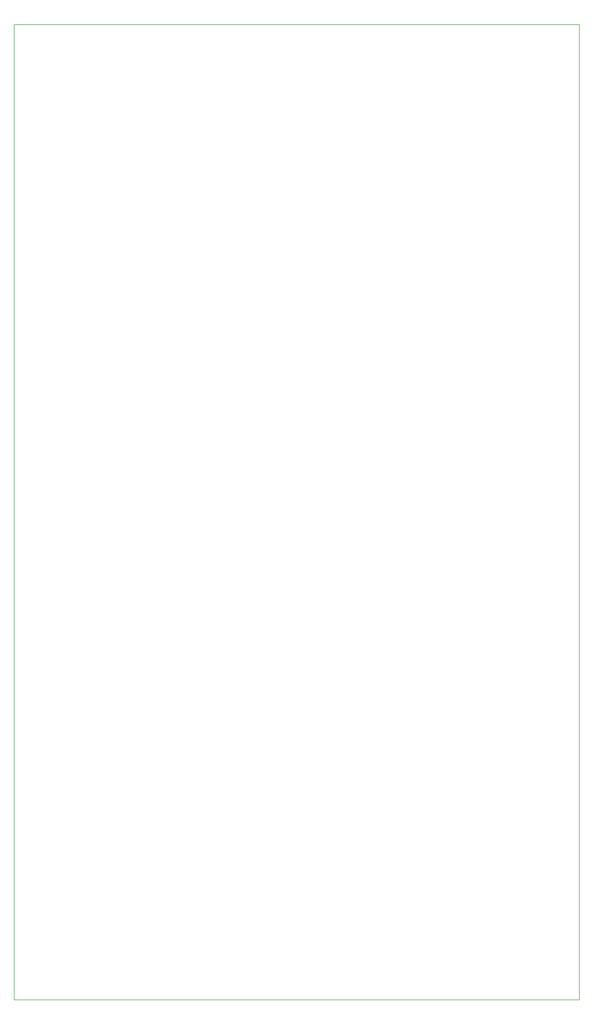
<source format=gko>
G04*
G04 #@! TF.GenerationSoftware,Altium Limited,Altium Designer,20.0.2 (26)*
G04*
G04 Layer_Color=16711935*
%FSLAX43Y43*%
%MOMM*%
G71*
G01*
G75*
%ADD38C,0.013*%
D38*
X-0Y166000D02*
X96202D01*
X-0Y0D02*
Y166000D01*
Y0D02*
X96202D01*
Y166000D01*
M02*

</source>
